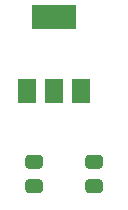
<source format=gtp>
G04 #@! TF.GenerationSoftware,KiCad,Pcbnew,(5.1.9-0-10_14)*
G04 #@! TF.CreationDate,2021-05-15T14:25:56+02:00*
G04 #@! TF.ProjectId,Aurora_DSP_I2S_Extender,4175726f-7261-45f4-9453-505f4932535f,1*
G04 #@! TF.SameCoordinates,Original*
G04 #@! TF.FileFunction,Paste,Top*
G04 #@! TF.FilePolarity,Positive*
%FSLAX46Y46*%
G04 Gerber Fmt 4.6, Leading zero omitted, Abs format (unit mm)*
G04 Created by KiCad (PCBNEW (5.1.9-0-10_14)) date 2021-05-15 14:25:56*
%MOMM*%
%LPD*%
G01*
G04 APERTURE LIST*
%ADD10R,1.500000X2.000000*%
%ADD11R,3.800000X2.000000*%
G04 APERTURE END LIST*
D10*
X-8215000Y8280000D03*
X-3615000Y8280000D03*
X-5915000Y8280000D03*
D11*
X-5915000Y14580000D03*
G36*
G01*
X-2065000Y1720000D02*
X-3015000Y1720000D01*
G75*
G02*
X-3265000Y1970000I0J250000D01*
G01*
X-3265000Y2645000D01*
G75*
G02*
X-3015000Y2895000I250000J0D01*
G01*
X-2065000Y2895000D01*
G75*
G02*
X-1815000Y2645000I0J-250000D01*
G01*
X-1815000Y1970000D01*
G75*
G02*
X-2065000Y1720000I-250000J0D01*
G01*
G37*
G36*
G01*
X-2065000Y-355000D02*
X-3015000Y-355000D01*
G75*
G02*
X-3265000Y-105000I0J250000D01*
G01*
X-3265000Y570000D01*
G75*
G02*
X-3015000Y820000I250000J0D01*
G01*
X-2065000Y820000D01*
G75*
G02*
X-1815000Y570000I0J-250000D01*
G01*
X-1815000Y-105000D01*
G75*
G02*
X-2065000Y-355000I-250000J0D01*
G01*
G37*
G36*
G01*
X-7145000Y-355000D02*
X-8095000Y-355000D01*
G75*
G02*
X-8345000Y-105000I0J250000D01*
G01*
X-8345000Y570000D01*
G75*
G02*
X-8095000Y820000I250000J0D01*
G01*
X-7145000Y820000D01*
G75*
G02*
X-6895000Y570000I0J-250000D01*
G01*
X-6895000Y-105000D01*
G75*
G02*
X-7145000Y-355000I-250000J0D01*
G01*
G37*
G36*
G01*
X-7145000Y1720000D02*
X-8095000Y1720000D01*
G75*
G02*
X-8345000Y1970000I0J250000D01*
G01*
X-8345000Y2645000D01*
G75*
G02*
X-8095000Y2895000I250000J0D01*
G01*
X-7145000Y2895000D01*
G75*
G02*
X-6895000Y2645000I0J-250000D01*
G01*
X-6895000Y1970000D01*
G75*
G02*
X-7145000Y1720000I-250000J0D01*
G01*
G37*
M02*

</source>
